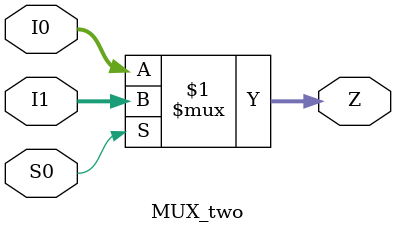
<source format=v>
`timescale 1ns / 1ps

module MUX_two(
    input [1:0] I0,
	input [1:0] I1,
	input S0,
	output [1:0] Z
	);
	
	assign Z = S0 ? I1 : I0;

endmodule

</source>
